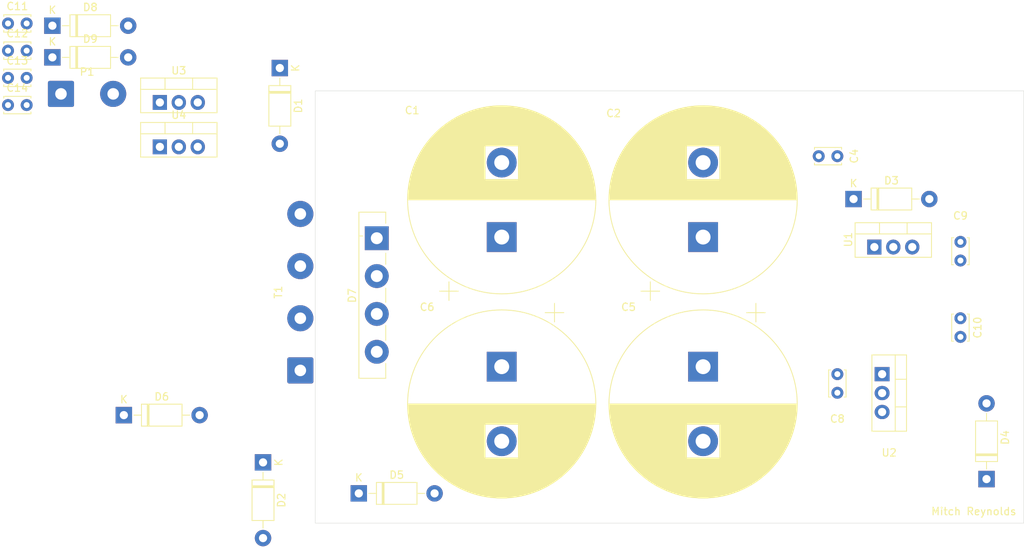
<source format=kicad_pcb>
(kicad_pcb (version 20240108) (generator "pcbnew") (generator_version "8.0")
  (layers (0 "F.Cu" signal) (31 "B.Cu" signal) (34 "B.Paste" user) (35 "F.Paste" user) (36 "B.SilkS" user "B.Silkscreen") (37 "F.SilkS" user "F.Silkscreen") (38 "B.Mask" user) (39 "F.Mask" user) (44 "Edge.Cuts" user))
  (net 0 "")
  (net 1 "Net-(D1-K)")
  (net 2 "+12V")
  (net 3 "-12V")
  (net 4 "0")
  (net 5 "Net-(D4-A)")
  (net 6 "+5V")
  (net 7 "-5V")
  (net 8 "Net-(T1-SD)")
  (net 9 "Net-(T1-SA)")
  (net 10 "Net-(P1-N)")
  (net 11 "Net-(P1-L)")
  (footprint "Diode_THT:D_DO-41_SOD81_P10.16mm_Horizontal" (layer "F.Cu") (at 146 87.08 90)
    (property "Reference" "D4" (at 5.58 2.5 90) (layer "F.SilkS"))
    (property "Value" "1N4007")
    (pad "1" thru_hole rect (at 0 0 90) (size 2.2 2.2) (drill 1.1) (layers "*.Cu" "*.Mask") (net 3 "-12V"))
    (pad "2" thru_hole oval (at 10.16 0 90) (size 2.2 2.2) (drill 1.1) (layers "*.Cu" "*.Mask") (net 5 "Net-(D4-A)"))
  )
  (footprint "Capacitor_THT:C_Disc_D3.4mm_W2.1mm_P2.50mm" (layer "F.Cu") (at 14.81 25.94)
    (property "Reference" "C11" (at 1.25 -2.3 0) (layer "F.SilkS"))
    (property "Value" "1uF")
    (pad "1" thru_hole circle (at 0 0) (size 1.6 1.6) (drill 0.8) (layers "*.Cu" "*.Mask") (net 1 "Net-(D1-K)"))
    (pad "2" thru_hole circle (at 2.5 0) (size 1.6 1.6) (drill 0.8) (layers "*.Cu" "*.Mask") (net 4 "0"))
  )
  (footprint "Capacitor_THT:C_Disc_D3.4mm_W2.1mm_P2.50mm" (layer "F.Cu") (at 126 75.5 90)
    (property "Reference" "C8" (at -3.5 0 360) (layer "F.SilkS"))
    (property "Value" "1uF")
    (pad "1" thru_hole circle (at 0 0 90) (size 1.6 1.6) (drill 0.8) (layers "*.Cu" "*.Mask") (net 5 "Net-(D4-A)"))
    (pad "2" thru_hole circle (at 2.5 0 90) (size 1.6 1.6) (drill 0.8) (layers "*.Cu" "*.Mask") (net 4 "0"))
  )
  (footprint "Connector_Wire:SolderWire-0.75sqmm_1x02_P7mm_D1.25mm_OD3.5mm" (layer "F.Cu") (at 21.91 35.39)
    (property "Reference" "P1" (at 3.5 -2.95 0) (layer "F.SilkS"))
    (property "Value" "240VAC 50Hz")
    (pad "1" thru_hole roundrect (at 0 0) (size 3.5 3.5) (drill 1.55) (layers "*.Cu" "*.Mask") (roundrect_rratio 0.071429) (net 11 "Net-(P1-L)"))
    (pad "2" thru_hole circle (at 7 0) (size 3.5 3.5) (drill 1.55) (layers "*.Cu" "*.Mask") (net 10 "Net-(P1-N)"))
  )
  (footprint "Capacitor_THT:CP_Radial_D25.0mm_P10.00mm_SnapIn" (layer "F.Cu") (at 108 54.60537 90)
    (property "Reference" "C2" (at 16.605369 -12 180) (layer "F.SilkS"))
    (property "Value" "10000uF")
    (pad "1" thru_hole rect (at 0 0 90) (size 4 4) (drill 2) (layers "*.Cu" "*.Mask") (net 1 "Net-(D1-K)"))
    (pad "2" thru_hole circle (at 10 0 90) (size 4 4) (drill 2) (layers "*.Cu" "*.Mask") (net 4 "0"))
  )
  (footprint "Capacitor_THT:C_Disc_D3.4mm_W2.1mm_P2.50mm" (layer "F.Cu") (at 14.81 29.59)
    (property "Reference" "C12" (at 1.25 -2.3 0) (layer "F.SilkS"))
    (property "Value" "1uF")
    (pad "1" thru_hole circle (at 0 0) (size 1.6 1.6) (drill 0.8) (layers "*.Cu" "*.Mask") (net 6 "+5V"))
    (pad "2" thru_hole circle (at 2.5 0) (size 1.6 1.6) (drill 0.8) (layers "*.Cu" "*.Mask") (net 4 "0"))
  )
  (footprint "Diode_THT:D_DO-41_SOD81_P10.16mm_Horizontal" (layer "F.Cu") (at 20.76 30.49)
    (property "Reference" "D9" (at 5.08 -2.47 0) (layer "F.SilkS"))
    (property "Value" "1N4007")
    (fp_text user "K" (at 0 -2.1 0) (layer "F.SilkS"))
    (pad "1" thru_hole rect (at 0 0) (size 2.2 2.2) (drill 1.1) (layers "*.Cu" "*.Mask") (net 4 "0"))
    (pad "2" thru_hole oval (at 10.16 0) (size 2.2 2.2) (drill 1.1) (layers "*.Cu" "*.Mask") (net 7 "-5V"))
  )
  (footprint "Capacitor_THT:CP_Radial_D25.0mm_P10.00mm_SnapIn" (layer "F.Cu") (at 81 54.60537 90)
    (property "Reference" "C1" (at 17 -11.999999 180) (layer "F.SilkS"))
    (property "Value" "10000uF")
    (pad "1" thru_hole rect (at 0 0 90) (size 4 4) (drill 2) (layers "*.Cu" "*.Mask") (net 1 "Net-(D1-K)"))
    (pad "2" thru_hole circle (at 10 0 90) (size 4 4) (drill 2) (layers "*.Cu" "*.Mask") (net 4 "0"))
  )
  (footprint "Diode_THT:D_DO-41_SOD81_P10.16mm_Horizontal" (layer "F.Cu") (at 30.34 78.5)
    (property "Reference" "D6" (at 5.08 -2.47 0) (layer "F.SilkS"))
    (property "Value" "1N4007")
    (fp_text user "K" (at 0 -2.1 0) (layer "F.SilkS"))
    (pad "1" thru_hole rect (at 0 0) (size 2.2 2.2) (drill 1.1) (layers "*.Cu" "*.Mask") (net 4 "0"))
    (pad "2" thru_hole oval (at 10.16 0) (size 2.2 2.2) (drill 1.1) (layers "*.Cu" "*.Mask") (net 3 "-12V"))
  )
  (footprint "Capacitor_THT:C_Disc_D3.4mm_W2.1mm_P2.50mm" (layer "F.Cu") (at 123.500001 43.75)
    (property "Reference" "C4" (at 4.75 0 90) (layer "F.SilkS"))
    (property "Value" "1uF")
    (pad "1" thru_hole circle (at 0 0) (size 1.6 1.6) (drill 0.8) (layers "*.Cu" "*.Mask") (net 1 "Net-(D1-K)"))
    (pad "2" thru_hole circle (at 2.5 0) (size 1.6 1.6) (drill 0.8) (layers "*.Cu" "*.Mask") (net 4 "0"))
  )
  (footprint "Capacitor_THT:CP_Radial_D25.0mm_P10.00mm_SnapIn" (layer "F.Cu") (at 81 72 -90)
    (property "Reference" "C6" (at -8 10 0) (layer "F.SilkS"))
    (property "Value" "10000uF")
    (pad "1" thru_hole rect (at 0 0 270) (size 4 4) (drill 2) (layers "*.Cu" "*.Mask") (net 4 "0"))
    (pad "2" thru_hole circle (at 10 0 270) (size 4 4) (drill 2) (layers "*.Cu" "*.Mask") (net 5 "Net-(D4-A)"))
  )
  (footprint "Package_TO_SOT_THT:TO-220-3_Vertical" (layer "F.Cu") (at 132 73 -90)
    (property "Reference" "U2" (at 10.54 -0.945 180) (layer "F.SilkS"))
    (property "Value" "LM7912")
    (pad "1" thru_hole rect (at 0 0 270) (size 1.905 2) (drill 1.1) (layers "*.Cu" "*.Mask") (net 4 "0"))
    (pad "2" thru_hole oval (at 2.54 0 270) (size 1.905 2) (drill 1.1) (layers "*.Cu" "*.Mask") (net 5 "Net-(D4-A)"))
    (pad "3" thru_hole oval (at 5.08 0 270) (size 1.905 2) (drill 1.1) (layers "*.Cu" "*.Mask") (net 3 "-12V"))
  )
  (footprint "Capacitor_THT:C_Disc_D3.4mm_W2.1mm_P2.50mm" (layer "F.Cu") (at 142.5 55.25 -90)
    (property "Reference" "C9" (at -3.5 0 180) (layer "F.SilkS"))
    (property "Value" "1uF")
    (pad "1" thru_hole circle (at 0 0 270) (size 1.6 1.6) (drill 0.8) (layers "*.Cu" "*.Mask") (net 2 "+12V"))
    (pad "2" thru_hole circle (at 2.5 0 270) (size 1.6 1.6) (drill 0.8) (layers "*.Cu" "*.Mask") (net 4 "0"))
  )
  (footprint "Capacitor_THT:C_Disc_D3.4mm_W2.1mm_P2.50mm" (layer "F.Cu") (at 142.5 65.5 -90)
    (property "Reference" "C10" (at 1.25 -2.3 90) (layer "F.SilkS"))
    (property "Value" "1uF")
    (pad "1" thru_hole circle (at 0 0 270) (size 1.6 1.6) (drill 0.8) (layers "*.Cu" "*.Mask") (net 3 "-12V"))
    (pad "2" thru_hole circle (at 2.5 0 270) (size 1.6 1.6) (drill 0.8) (layers "*.Cu" "*.Mask") (net 4 "0"))
  )
  (footprint "Diode_THT:D_DO-41_SOD81_P10.16mm_Horizontal" (layer "F.Cu") (at 61.84 89)
    (property "Reference" "D5" (at 5.08 -2.47 0) (layer "F.SilkS"))
    (property "Value" "1N4007")
    (fp_text user "K" (at 0 -2.1 0) (layer "F.SilkS"))
    (pad "1" thru_hole rect (at 0 0) (size 2.2 2.2) (drill 1.1) (layers "*.Cu" "*.Mask") (net 2 "+12V"))
    (pad "2" thru_hole oval (at 10.16 0) (size 2.2 2.2) (drill 1.1) (layers "*.Cu" "*.Mask") (net 4 "0"))
  )
  (footprint "Capacitor_THT:C_Disc_D3.4mm_W2.1mm_P2.50mm" (layer "F.Cu") (at 14.81 36.89)
    (property "Reference" "C14" (at 1.25 -2.3 0) (layer "F.SilkS"))
    (property "Value" "1uF")
    (pad "1" thru_hole circle (at 0 0) (size 1.6 1.6) (drill 0.8) (layers "*.Cu" "*.Mask") (net 7 "-5V"))
    (pad "2" thru_hole circle (at 2.5 0) (size 1.6 1.6) (drill 0.8) (layers "*.Cu" "*.Mask") (net 4 "0"))
  )
  (footprint "Diode_THT:D_DO-41_SOD81_P10.16mm_Horizontal" (layer "F.Cu") (at 51.25 31.92 -90)
    (property "Reference" "D1" (at 5.08 -2.47 -90) (layer "F.SilkS"))
    (property "Value" "1N4007")
    (fp_text user "K" (at 0 -2.1 -90) (layer "F.SilkS"))
    (pad "1" thru_hole rect (at 0 0 270) (size 2.2 2.2) (drill 1.1) (layers "*.Cu" "*.Mask") (net 1 "Net-(D1-K)"))
    (pad "2" thru_hole oval (at 10.16 0 270) (size 2.2 2.2) (drill 1.1) (layers "*.Cu" "*.Mask") (net 6 "+5V"))
  )
  (footprint "Package_TO_SOT_THT:TO-220-3_Vertical" (layer "F.Cu") (at 35.17 36.54)
    (property "Reference" "U3" (at 2.54 -4.27 0) (layer "F.SilkS"))
    (property "Value" "LM7805")
    (pad "1" thru_hole rect (at 0 0) (size 1.905 2) (drill 1.1) (layers "*.Cu" "*.Mask") (net 1 "Net-(D1-K)"))
    (pad "2" thru_hole oval (at 2.54 0) (size 1.905 2) (drill 1.1) (layers "*.Cu" "*.Mask") (net 4 "0"))
    (pad "3" thru_hole oval (at 5.08 0) (size 1.905 2) (drill 1.1) (layers "*.Cu" "*.Mask") (net 6 "+5V"))
  )
  (footprint "Diode_THT:Diode_Bridge_Vishay_GBU" (layer "F.Cu") (at 64.25 54.76 -90)
    (property "Reference" "D7" (at 7.7 3.3 90) (layer "F.SilkS"))
    (property "Value" "GBU6A")
    (pad "1" thru_hole rect (at 0 0 270) (size 3.2 3.2) (drill 1.6) (layers "*.Cu" "*.Mask") (net 1 "Net-(D1-K)"))
    (pad "2" thru_hole circle (at 5.079999 0 270) (size 3.2 3.2) (drill 1.6) (layers "*.Cu" "*.Mask") (net 8 "Net-(T1-SD)"))
    (pad "3" thru_hole circle (at 10.16 0 270) (size 3.2 3.2) (drill 1.6) (layers "*.Cu" "*.Mask") (net 9 "Net-(T1-SA)"))
    (pad "4" thru_hole circle (at 15.24 0 270) (size 3.2 3.2) (drill 1.6) (layers "*.Cu" "*.Mask") (net 5 "Net-(D4-A)"))
  )
  (footprint "Package_TO_SOT_THT:TO-220-3_Vertical" (layer "F.Cu") (at 35.17 42.5)
    (property "Reference" "U4" (at 2.54 -4.27 0) (layer "F.SilkS"))
    (property "Value" "LM7905")
    (pad "1" thru_hole rect (at 0 0) (size 1.905 2) (drill 1.1) (layers "*.Cu" "*.Mask") (net 4 "0"))
    (pad "2" thru_hole oval (at 2.54 0) (size 1.905 2) (drill 1.1) (layers "*.Cu" "*.Mask") (net 5 "Net-(D4-A)"))
    (pad "3" thru_hole oval (at 5.08 0) (size 1.905 2) (drill 1.1) (layers "*.Cu" "*.Mask") (net 7 "-5V"))
  )
  (footprint "Capacitor_THT:CP_Radial_D25.0mm_P10.00mm_SnapIn" (layer "F.Cu") (at 108 72 -90)
    (property "Reference" "C5" (at -8 10 0) (layer "F.SilkS"))
    (property "Value" "10000uF")
    (pad "1" thru_hole rect (at 0 0 270) (size 4 4) (drill 2) (layers "*.Cu" "*.Mask") (net 4 "0"))
    (pad "2" thru_hole circle (at 10 0 270) (size 4 4) (drill 2) (layers "*.Cu" "*.Mask") (net 5 "Net-(D4-A)"))
  )
  (footprint "Diode_THT:D_DO-41_SOD81_P10.16mm_Horizontal" (layer "F.Cu") (at 49 84.84 -90)
    (property "Reference" "D2" (at 5.08 -2.47 -90) (layer "F.SilkS"))
    (property "Value" "1N4007")
    (fp_text user "K" (at 0 -2.1 -90) (layer "F.SilkS"))
    (pad "1" thru_hole rect (at 0 0 270) (size 2.2 2.2) (drill 1.1) (layers "*.Cu" "*.Mask") (net 6 "+5V"))
    (pad "2" thru_hole oval (at 10.16 0 270) (size 2.2 2.2) (drill 1.1) (layers "*.Cu" "*.Mask") (net 4 "0"))
  )
  (footprint "Diode_THT:D_DO-41_SOD81_P10.16mm_Horizontal" (layer "F.Cu") (at 128.170001 49.5)
    (property "Reference" "D3" (at 5.08 -2.47 360) (layer "F.SilkS"))
    (property "Value" "1N4007")
    (fp_text user "K" (at 0 -2.1 360) (layer "F.SilkS"))
    (pad "1" thru_hole rect (at 0 0) (size 2.2 2.2) (drill 1.1) (layers "*.Cu" "*.Mask") (net 1 "Net-(D1-K)"))
    (pad "2" thru_hole oval (at 10.16 0) (size 2.2 2.2) (drill 1.1) (layers "*.Cu" "*.Mask") (net 2 "+12V"))
  )
  (footprint "Connector_Wire:SolderWire-0.75sqmm_1x04_P7mm_D1.25mm_OD3.5mm" (layer "F.Cu") (at 54 72.5 90)
    (property "Reference" "T1" (at 10.5 -2.95 90) (layer "F.SilkS"))
    (property "Value" "20:1")
    (pad "1" thru_hole roundrect (at 0 0 90) (size 3.5 3.5) (drill 1.55) (layers "*.Cu" "*.Mask") (roundrect_rratio 0.071429) (net 11 "Net-(P1-L)"))
    (pad "2" thru_hole circle (at 6.999999 0 90) (size 3.5 3.5) (drill 1.55) (layers "*.Cu" "*.Mask") (net 10 "Net-(P1-N)"))
    (pad "3" thru_hole circle (at 14 0 90) (size 3.5 3.5) (drill 1.55) (layers "*.Cu" "*.Mask") (net 9 "Net-(T1-SA)"))
    (pad "4" thru_hole circle (at 20.999999 0 90) (size 3.5 3.5) (drill 1.55) (layers "*.Cu" "*.Mask") (net 4 "0"))
  )
  (footprint "Diode_THT:D_DO-41_SOD81_P10.16mm_Horizontal" (layer "F.Cu") (at 20.76 26.24)
    (property "Reference" "D8" (at 5.08 -2.47 0) (layer "F.SilkS"))
    (property "Value" "1N4007")
    (fp_text user "K" (at 0 -2.1 0) (layer "F.SilkS"))
    (pad "1" thru_hole rect (at 0 0) (size 2.2 2.2) (drill 1.1) (layers "*.Cu" "*.Mask") (net 7 "-5V"))
    (pad "2" thru_hole oval (at 10.16 0) (size 2.2 2.2) (drill 1.1) (layers "*.Cu" "*.Mask") (net 5 "Net-(D4-A)"))
  )
  (footprint "Package_TO_SOT_THT:TO-220-3_Vertical" (layer "F.Cu") (at 130.96 55.945)
    (property "Reference" "U1" (at -3.5 -1 90) (layer "F.SilkS"))
    (property "Value" "LM7812")
    (pad "1" thru_hole rect (at 0 0) (size 1.905 2) (drill 1.1) (layers "*.Cu" "*.Mask") (net 1 "Net-(D1-K)"))
    (pad "2" thru_hole oval (at 2.54 0) (size 1.905 2) (drill 1.1) (layers "*.Cu" "*.Mask") (net 4 "0"))
    (pad "3" thru_hole oval (at 5.08 0) (size 1.905 2) (drill 1.1) (layers "*.Cu" "*.Mask") (net 2 "+12V"))
  )
  (footprint "Capacitor_THT:C_Disc_D3.4mm_W2.1mm_P2.50mm" (layer "F.Cu") (at 14.81 33.24)
    (property "Reference" "C13" (at 1.25 -2.3 0) (layer "F.SilkS"))
    (property "Value" "1uF")
    (pad "1" thru_hole circle (at 0 0) (size 1.6 1.6) (drill 0.8) (layers "*.Cu" "*.Mask") (net 5 "Net-(D4-A)"))
    (pad "2" thru_hole circle (at 2.5 0) (size 1.6 1.6) (drill 0.8) (layers "*.Cu" "*.Mask") (net 4 "0"))
  )
  (gr_rect (start 56 34.987246) (end 151 92.987246) (stroke (width 0.05)) (fill none) (layer "Edge.Cuts"))
  (gr_text "Mitch Reynolds" (at 138.5 92 0) (layer "F.SilkS") (effects (font (size 1 1)) (justify left bottom)))
)
</source>
